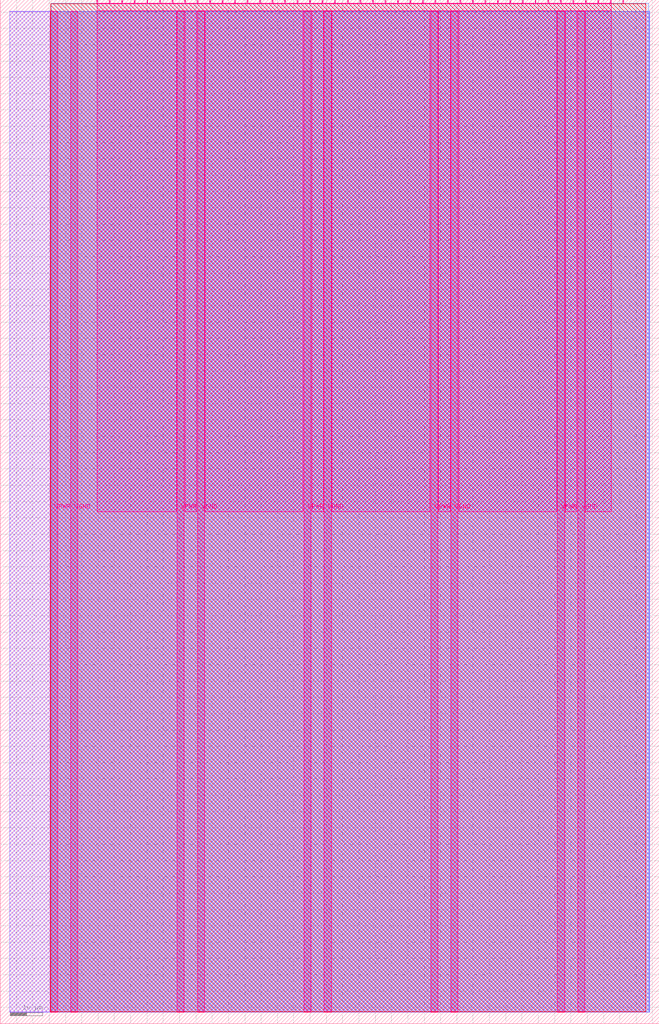
<source format=lef>
VERSION 5.7 ;
  NOWIREEXTENSIONATPIN ON ;
  DIVIDERCHAR "/" ;
  BUSBITCHARS "[]" ;
MACRO tt_um_dlfloatmac
  CLASS BLOCK ;
  FOREIGN tt_um_dlfloatmac ;
  ORIGIN 0.000 0.000 ;
  SIZE 202.080 BY 313.740 ;
  PIN VGND
    DIRECTION INOUT ;
    USE GROUND ;
    PORT
      LAYER Metal5 ;
        RECT 21.580 3.560 23.780 310.180 ;
    END
    PORT
      LAYER Metal5 ;
        RECT 60.450 3.560 62.650 310.180 ;
    END
    PORT
      LAYER Metal5 ;
        RECT 99.320 3.560 101.520 310.180 ;
    END
    PORT
      LAYER Metal5 ;
        RECT 138.190 3.560 140.390 310.180 ;
    END
    PORT
      LAYER Metal5 ;
        RECT 177.060 3.560 179.260 310.180 ;
    END
  END VGND
  PIN VPWR
    DIRECTION INOUT ;
    USE POWER ;
    PORT
      LAYER Metal5 ;
        RECT 15.380 3.560 17.580 310.180 ;
    END
    PORT
      LAYER Metal5 ;
        RECT 54.250 3.560 56.450 310.180 ;
    END
    PORT
      LAYER Metal5 ;
        RECT 93.120 3.560 95.320 310.180 ;
    END
    PORT
      LAYER Metal5 ;
        RECT 131.990 3.560 134.190 310.180 ;
    END
    PORT
      LAYER Metal5 ;
        RECT 170.860 3.560 173.060 310.180 ;
    END
  END VPWR
  PIN clk
    DIRECTION INPUT ;
    USE SIGNAL ;
    ANTENNAGATEAREA 0.213200 ;
    PORT
      LAYER Metal5 ;
        RECT 187.050 312.740 187.350 313.740 ;
    END
  END clk
  PIN ena
    DIRECTION INPUT ;
    USE SIGNAL ;
    PORT
      LAYER Metal5 ;
        RECT 190.890 312.740 191.190 313.740 ;
    END
  END ena
  PIN rst_n
    DIRECTION INPUT ;
    USE SIGNAL ;
    ANTENNAGATEAREA 0.741000 ;
    PORT
      LAYER Metal5 ;
        RECT 183.210 312.740 183.510 313.740 ;
    END
  END rst_n
  PIN ui_in[0]
    DIRECTION INPUT ;
    USE SIGNAL ;
    ANTENNAGATEAREA 0.180700 ;
    PORT
      LAYER Metal5 ;
        RECT 179.370 312.740 179.670 313.740 ;
    END
  END ui_in[0]
  PIN ui_in[1]
    DIRECTION INPUT ;
    USE SIGNAL ;
    ANTENNAGATEAREA 0.180700 ;
    PORT
      LAYER Metal5 ;
        RECT 175.530 312.740 175.830 313.740 ;
    END
  END ui_in[1]
  PIN ui_in[2]
    DIRECTION INPUT ;
    USE SIGNAL ;
    ANTENNAGATEAREA 0.180700 ;
    PORT
      LAYER Metal5 ;
        RECT 171.690 312.740 171.990 313.740 ;
    END
  END ui_in[2]
  PIN ui_in[3]
    DIRECTION INPUT ;
    USE SIGNAL ;
    ANTENNAGATEAREA 0.180700 ;
    PORT
      LAYER Metal5 ;
        RECT 167.850 312.740 168.150 313.740 ;
    END
  END ui_in[3]
  PIN ui_in[4]
    DIRECTION INPUT ;
    USE SIGNAL ;
    ANTENNAGATEAREA 0.180700 ;
    PORT
      LAYER Metal5 ;
        RECT 164.010 312.740 164.310 313.740 ;
    END
  END ui_in[4]
  PIN ui_in[5]
    DIRECTION INPUT ;
    USE SIGNAL ;
    ANTENNAGATEAREA 0.180700 ;
    PORT
      LAYER Metal5 ;
        RECT 160.170 312.740 160.470 313.740 ;
    END
  END ui_in[5]
  PIN ui_in[6]
    DIRECTION INPUT ;
    USE SIGNAL ;
    ANTENNAGATEAREA 0.180700 ;
    PORT
      LAYER Metal5 ;
        RECT 156.330 312.740 156.630 313.740 ;
    END
  END ui_in[6]
  PIN ui_in[7]
    DIRECTION INPUT ;
    USE SIGNAL ;
    ANTENNAGATEAREA 0.180700 ;
    PORT
      LAYER Metal5 ;
        RECT 152.490 312.740 152.790 313.740 ;
    END
  END ui_in[7]
  PIN uio_in[0]
    DIRECTION INPUT ;
    USE SIGNAL ;
    ANTENNAGATEAREA 0.180700 ;
    PORT
      LAYER Metal5 ;
        RECT 148.650 312.740 148.950 313.740 ;
    END
  END uio_in[0]
  PIN uio_in[1]
    DIRECTION INPUT ;
    USE SIGNAL ;
    ANTENNAGATEAREA 0.180700 ;
    PORT
      LAYER Metal5 ;
        RECT 144.810 312.740 145.110 313.740 ;
    END
  END uio_in[1]
  PIN uio_in[2]
    DIRECTION INPUT ;
    USE SIGNAL ;
    ANTENNAGATEAREA 0.180700 ;
    PORT
      LAYER Metal5 ;
        RECT 140.970 312.740 141.270 313.740 ;
    END
  END uio_in[2]
  PIN uio_in[3]
    DIRECTION INPUT ;
    USE SIGNAL ;
    ANTENNAGATEAREA 0.180700 ;
    PORT
      LAYER Metal5 ;
        RECT 137.130 312.740 137.430 313.740 ;
    END
  END uio_in[3]
  PIN uio_in[4]
    DIRECTION INPUT ;
    USE SIGNAL ;
    ANTENNAGATEAREA 0.180700 ;
    PORT
      LAYER Metal5 ;
        RECT 133.290 312.740 133.590 313.740 ;
    END
  END uio_in[4]
  PIN uio_in[5]
    DIRECTION INPUT ;
    USE SIGNAL ;
    ANTENNAGATEAREA 0.180700 ;
    PORT
      LAYER Metal5 ;
        RECT 129.450 312.740 129.750 313.740 ;
    END
  END uio_in[5]
  PIN uio_in[6]
    DIRECTION INPUT ;
    USE SIGNAL ;
    ANTENNAGATEAREA 0.180700 ;
    PORT
      LAYER Metal5 ;
        RECT 125.610 312.740 125.910 313.740 ;
    END
  END uio_in[6]
  PIN uio_in[7]
    DIRECTION INPUT ;
    USE SIGNAL ;
    ANTENNAGATEAREA 0.180700 ;
    PORT
      LAYER Metal5 ;
        RECT 121.770 312.740 122.070 313.740 ;
    END
  END uio_in[7]
  PIN uio_oe[0]
    DIRECTION OUTPUT ;
    USE SIGNAL ;
    ANTENNADIFFAREA 0.299200 ;
    PORT
      LAYER Metal5 ;
        RECT 56.490 312.740 56.790 313.740 ;
    END
  END uio_oe[0]
  PIN uio_oe[1]
    DIRECTION OUTPUT ;
    USE SIGNAL ;
    ANTENNADIFFAREA 0.299200 ;
    PORT
      LAYER Metal5 ;
        RECT 52.650 312.740 52.950 313.740 ;
    END
  END uio_oe[1]
  PIN uio_oe[2]
    DIRECTION OUTPUT ;
    USE SIGNAL ;
    ANTENNADIFFAREA 0.299200 ;
    PORT
      LAYER Metal5 ;
        RECT 48.810 312.740 49.110 313.740 ;
    END
  END uio_oe[2]
  PIN uio_oe[3]
    DIRECTION OUTPUT ;
    USE SIGNAL ;
    ANTENNADIFFAREA 0.299200 ;
    PORT
      LAYER Metal5 ;
        RECT 44.970 312.740 45.270 313.740 ;
    END
  END uio_oe[3]
  PIN uio_oe[4]
    DIRECTION OUTPUT ;
    USE SIGNAL ;
    ANTENNADIFFAREA 0.299200 ;
    PORT
      LAYER Metal5 ;
        RECT 41.130 312.740 41.430 313.740 ;
    END
  END uio_oe[4]
  PIN uio_oe[5]
    DIRECTION OUTPUT ;
    USE SIGNAL ;
    ANTENNADIFFAREA 0.299200 ;
    PORT
      LAYER Metal5 ;
        RECT 37.290 312.740 37.590 313.740 ;
    END
  END uio_oe[5]
  PIN uio_oe[6]
    DIRECTION OUTPUT ;
    USE SIGNAL ;
    ANTENNADIFFAREA 0.299200 ;
    PORT
      LAYER Metal5 ;
        RECT 33.450 312.740 33.750 313.740 ;
    END
  END uio_oe[6]
  PIN uio_oe[7]
    DIRECTION OUTPUT ;
    USE SIGNAL ;
    ANTENNADIFFAREA 0.299200 ;
    PORT
      LAYER Metal5 ;
        RECT 29.610 312.740 29.910 313.740 ;
    END
  END uio_oe[7]
  PIN uio_out[0]
    DIRECTION OUTPUT ;
    USE SIGNAL ;
    ANTENNADIFFAREA 0.299200 ;
    PORT
      LAYER Metal5 ;
        RECT 87.210 312.740 87.510 313.740 ;
    END
  END uio_out[0]
  PIN uio_out[1]
    DIRECTION OUTPUT ;
    USE SIGNAL ;
    ANTENNADIFFAREA 0.299200 ;
    PORT
      LAYER Metal5 ;
        RECT 83.370 312.740 83.670 313.740 ;
    END
  END uio_out[1]
  PIN uio_out[2]
    DIRECTION OUTPUT ;
    USE SIGNAL ;
    ANTENNADIFFAREA 0.299200 ;
    PORT
      LAYER Metal5 ;
        RECT 79.530 312.740 79.830 313.740 ;
    END
  END uio_out[2]
  PIN uio_out[3]
    DIRECTION OUTPUT ;
    USE SIGNAL ;
    ANTENNADIFFAREA 0.299200 ;
    PORT
      LAYER Metal5 ;
        RECT 75.690 312.740 75.990 313.740 ;
    END
  END uio_out[3]
  PIN uio_out[4]
    DIRECTION OUTPUT ;
    USE SIGNAL ;
    ANTENNADIFFAREA 0.299200 ;
    PORT
      LAYER Metal5 ;
        RECT 71.850 312.740 72.150 313.740 ;
    END
  END uio_out[4]
  PIN uio_out[5]
    DIRECTION OUTPUT ;
    USE SIGNAL ;
    ANTENNADIFFAREA 0.299200 ;
    PORT
      LAYER Metal5 ;
        RECT 68.010 312.740 68.310 313.740 ;
    END
  END uio_out[5]
  PIN uio_out[6]
    DIRECTION OUTPUT ;
    USE SIGNAL ;
    ANTENNADIFFAREA 0.299200 ;
    PORT
      LAYER Metal5 ;
        RECT 64.170 312.740 64.470 313.740 ;
    END
  END uio_out[6]
  PIN uio_out[7]
    DIRECTION OUTPUT ;
    USE SIGNAL ;
    ANTENNADIFFAREA 0.299200 ;
    PORT
      LAYER Metal5 ;
        RECT 60.330 312.740 60.630 313.740 ;
    END
  END uio_out[7]
  PIN uo_out[0]
    DIRECTION OUTPUT ;
    USE SIGNAL ;
    ANTENNADIFFAREA 0.632400 ;
    PORT
      LAYER Metal5 ;
        RECT 117.930 312.740 118.230 313.740 ;
    END
  END uo_out[0]
  PIN uo_out[1]
    DIRECTION OUTPUT ;
    USE SIGNAL ;
    ANTENNADIFFAREA 0.632400 ;
    PORT
      LAYER Metal5 ;
        RECT 114.090 312.740 114.390 313.740 ;
    END
  END uo_out[1]
  PIN uo_out[2]
    DIRECTION OUTPUT ;
    USE SIGNAL ;
    ANTENNADIFFAREA 0.632400 ;
    PORT
      LAYER Metal5 ;
        RECT 110.250 312.740 110.550 313.740 ;
    END
  END uo_out[2]
  PIN uo_out[3]
    DIRECTION OUTPUT ;
    USE SIGNAL ;
    ANTENNADIFFAREA 0.632400 ;
    PORT
      LAYER Metal5 ;
        RECT 106.410 312.740 106.710 313.740 ;
    END
  END uo_out[3]
  PIN uo_out[4]
    DIRECTION OUTPUT ;
    USE SIGNAL ;
    ANTENNADIFFAREA 0.632400 ;
    PORT
      LAYER Metal5 ;
        RECT 102.570 312.740 102.870 313.740 ;
    END
  END uo_out[4]
  PIN uo_out[5]
    DIRECTION OUTPUT ;
    USE SIGNAL ;
    ANTENNADIFFAREA 0.632400 ;
    PORT
      LAYER Metal5 ;
        RECT 98.730 312.740 99.030 313.740 ;
    END
  END uo_out[5]
  PIN uo_out[6]
    DIRECTION OUTPUT ;
    USE SIGNAL ;
    ANTENNADIFFAREA 0.632400 ;
    PORT
      LAYER Metal5 ;
        RECT 94.890 312.740 95.190 313.740 ;
    END
  END uo_out[6]
  PIN uo_out[7]
    DIRECTION OUTPUT ;
    USE SIGNAL ;
    ANTENNADIFFAREA 0.632400 ;
    PORT
      LAYER Metal5 ;
        RECT 91.050 312.740 91.350 313.740 ;
    END
  END uo_out[7]
  OBS
      LAYER GatPoly ;
        RECT 2.880 3.630 199.200 310.110 ;
      LAYER Metal1 ;
        RECT 2.880 3.560 199.200 310.180 ;
      LAYER Metal2 ;
        RECT 15.515 3.680 198.995 310.060 ;
      LAYER Metal3 ;
        RECT 15.560 3.635 198.820 312.625 ;
      LAYER Metal4 ;
        RECT 15.515 3.680 197.905 312.580 ;
      LAYER Metal5 ;
        RECT 30.120 312.530 33.240 312.740 ;
        RECT 33.960 312.530 37.080 312.740 ;
        RECT 37.800 312.530 40.920 312.740 ;
        RECT 41.640 312.530 44.760 312.740 ;
        RECT 45.480 312.530 48.600 312.740 ;
        RECT 49.320 312.530 52.440 312.740 ;
        RECT 53.160 312.530 56.280 312.740 ;
        RECT 57.000 312.530 60.120 312.740 ;
        RECT 60.840 312.530 63.960 312.740 ;
        RECT 64.680 312.530 67.800 312.740 ;
        RECT 68.520 312.530 71.640 312.740 ;
        RECT 72.360 312.530 75.480 312.740 ;
        RECT 76.200 312.530 79.320 312.740 ;
        RECT 80.040 312.530 83.160 312.740 ;
        RECT 83.880 312.530 87.000 312.740 ;
        RECT 87.720 312.530 90.840 312.740 ;
        RECT 91.560 312.530 94.680 312.740 ;
        RECT 95.400 312.530 98.520 312.740 ;
        RECT 99.240 312.530 102.360 312.740 ;
        RECT 103.080 312.530 106.200 312.740 ;
        RECT 106.920 312.530 110.040 312.740 ;
        RECT 110.760 312.530 113.880 312.740 ;
        RECT 114.600 312.530 117.720 312.740 ;
        RECT 118.440 312.530 121.560 312.740 ;
        RECT 122.280 312.530 125.400 312.740 ;
        RECT 126.120 312.530 129.240 312.740 ;
        RECT 129.960 312.530 133.080 312.740 ;
        RECT 133.800 312.530 136.920 312.740 ;
        RECT 137.640 312.530 140.760 312.740 ;
        RECT 141.480 312.530 144.600 312.740 ;
        RECT 145.320 312.530 148.440 312.740 ;
        RECT 149.160 312.530 152.280 312.740 ;
        RECT 153.000 312.530 156.120 312.740 ;
        RECT 156.840 312.530 159.960 312.740 ;
        RECT 160.680 312.530 163.800 312.740 ;
        RECT 164.520 312.530 167.640 312.740 ;
        RECT 168.360 312.530 171.480 312.740 ;
        RECT 172.200 312.530 175.320 312.740 ;
        RECT 176.040 312.530 179.160 312.740 ;
        RECT 179.880 312.530 183.000 312.740 ;
        RECT 183.720 312.530 186.840 312.740 ;
        RECT 29.660 310.390 187.300 312.530 ;
        RECT 29.660 156.935 54.040 310.390 ;
        RECT 56.660 156.935 60.240 310.390 ;
        RECT 62.860 156.935 92.910 310.390 ;
        RECT 95.530 156.935 99.110 310.390 ;
        RECT 101.730 156.935 131.780 310.390 ;
        RECT 134.400 156.935 137.980 310.390 ;
        RECT 140.600 156.935 170.650 310.390 ;
        RECT 173.270 156.935 176.850 310.390 ;
        RECT 179.470 156.935 187.300 310.390 ;
  END
END tt_um_dlfloatmac
END LIBRARY


</source>
